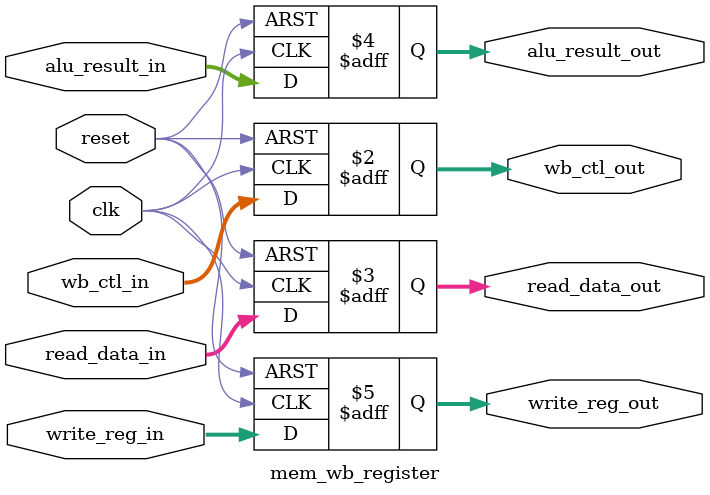
<source format=v>
`timescale 1ns / 1ps

module mem_wb_register
(
    input clk,
    input reset,
    input [1:0] wb_ctl_in,
    input [31:0] read_data_in,
    input [31:0] alu_result_in,
    input [4:0] write_reg_in,
    output reg [1:0] wb_ctl_out,
    output reg [31:0] read_data_out,
    output reg [31:0] alu_result_out,
    output reg [4:0] write_reg_out
);

    always @(posedge clk or posedge reset) 
    begin
        if (reset) 
        begin
            wb_ctl_out <= 2'b0;
            read_data_out <= 32'b0;
            alu_result_out <= 32'b0;
            write_reg_out <= 5'b0;
        end else 
        begin
            wb_ctl_out <= wb_ctl_in;
            read_data_out <= read_data_in;
            alu_result_out <= alu_result_in;
            write_reg_out <= write_reg_in;
        end
    end

endmodule
</source>
